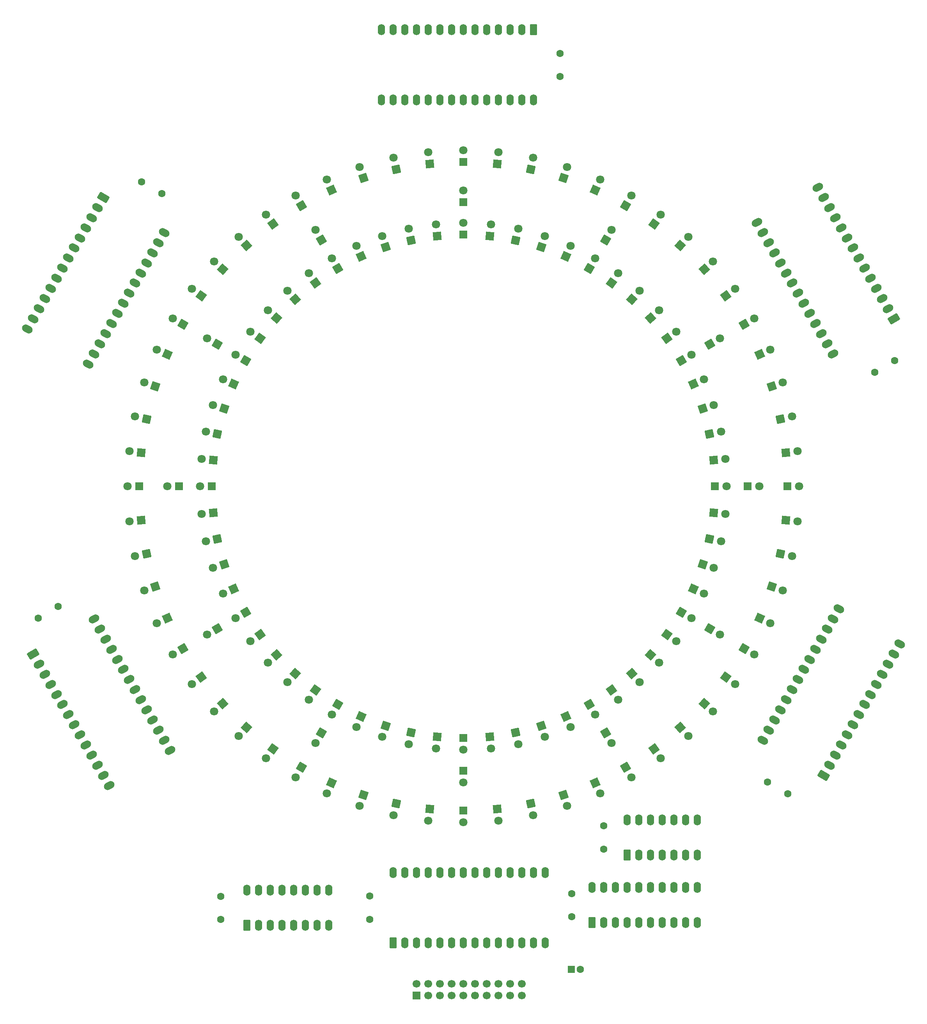
<source format=gbr>
%TF.GenerationSoftware,KiCad,Pcbnew,9.0.7-9.0.7~ubuntu24.04.1*%
%TF.CreationDate,2026-01-21T07:20:36-05:00*%
%TF.ProjectId,LED_clock,4c45445f-636c-46f6-936b-2e6b69636164,rev?*%
%TF.SameCoordinates,Original*%
%TF.FileFunction,Copper,L2,Bot*%
%TF.FilePolarity,Positive*%
%FSLAX46Y46*%
G04 Gerber Fmt 4.6, Leading zero omitted, Abs format (unit mm)*
G04 Created by KiCad (PCBNEW 9.0.7-9.0.7~ubuntu24.04.1) date 2026-01-21 07:20:36*
%MOMM*%
%LPD*%
G01*
G04 APERTURE LIST*
G04 Aperture macros list*
%AMRoundRect*
0 Rectangle with rounded corners*
0 $1 Rounding radius*
0 $2 $3 $4 $5 $6 $7 $8 $9 X,Y pos of 4 corners*
0 Add a 4 corners polygon primitive as box body*
4,1,4,$2,$3,$4,$5,$6,$7,$8,$9,$2,$3,0*
0 Add four circle primitives for the rounded corners*
1,1,$1+$1,$2,$3*
1,1,$1+$1,$4,$5*
1,1,$1+$1,$6,$7*
1,1,$1+$1,$8,$9*
0 Add four rect primitives between the rounded corners*
20,1,$1+$1,$2,$3,$4,$5,0*
20,1,$1+$1,$4,$5,$6,$7,0*
20,1,$1+$1,$6,$7,$8,$9,0*
20,1,$1+$1,$8,$9,$2,$3,0*%
%AMHorizOval*
0 Thick line with rounded ends*
0 $1 width*
0 $2 $3 position (X,Y) of the first rounded end (center of the circle)*
0 $4 $5 position (X,Y) of the second rounded end (center of the circle)*
0 Add line between two ends*
20,1,$1,$2,$3,$4,$5,0*
0 Add two circle primitives to create the rounded ends*
1,1,$1,$2,$3*
1,1,$1,$4,$5*%
%AMRotRect*
0 Rectangle, with rotation*
0 The origin of the aperture is its center*
0 $1 length*
0 $2 width*
0 $3 Rotation angle, in degrees counterclockwise*
0 Add horizontal line*
21,1,$1,$2,0,0,$3*%
G04 Aperture macros list end*
%TA.AperFunction,ComponentPad*%
%ADD10R,1.700000X1.700000*%
%TD*%
%TA.AperFunction,ComponentPad*%
%ADD11C,1.700000*%
%TD*%
%TA.AperFunction,ComponentPad*%
%ADD12RotRect,1.800000X1.800000X6.000000*%
%TD*%
%TA.AperFunction,ComponentPad*%
%ADD13C,1.800000*%
%TD*%
%TA.AperFunction,ComponentPad*%
%ADD14RotRect,1.800000X1.800000X324.000000*%
%TD*%
%TA.AperFunction,ComponentPad*%
%ADD15RotRect,1.800000X1.800000X282.000000*%
%TD*%
%TA.AperFunction,ComponentPad*%
%ADD16RotRect,1.800000X1.800000X24.000000*%
%TD*%
%TA.AperFunction,ComponentPad*%
%ADD17RotRect,1.800000X1.800000X96.000000*%
%TD*%
%TA.AperFunction,ComponentPad*%
%ADD18RotRect,1.800000X1.800000X216.000000*%
%TD*%
%TA.AperFunction,ComponentPad*%
%ADD19R,1.800000X1.800000*%
%TD*%
%TA.AperFunction,ComponentPad*%
%ADD20RoundRect,0.250000X0.547724X0.951314X-1.097724X0.001314X-0.547724X-0.951314X1.097724X-0.001314X0*%
%TD*%
%TA.AperFunction,ComponentPad*%
%ADD21HorizOval,1.600000X-0.346410X-0.200000X0.346410X0.200000X0*%
%TD*%
%TA.AperFunction,ComponentPad*%
%ADD22RotRect,1.800000X1.800000X186.000000*%
%TD*%
%TA.AperFunction,ComponentPad*%
%ADD23RotRect,1.800000X1.800000X312.000000*%
%TD*%
%TA.AperFunction,ComponentPad*%
%ADD24RotRect,1.800000X1.800000X288.000000*%
%TD*%
%TA.AperFunction,ComponentPad*%
%ADD25RotRect,1.800000X1.800000X348.000000*%
%TD*%
%TA.AperFunction,ComponentPad*%
%ADD26RoundRect,0.250000X-0.547724X-0.951314X1.097724X-0.001314X0.547724X0.951314X-1.097724X0.001314X0*%
%TD*%
%TA.AperFunction,ComponentPad*%
%ADD27HorizOval,1.600000X0.346410X0.200000X-0.346410X-0.200000X0*%
%TD*%
%TA.AperFunction,ComponentPad*%
%ADD28RotRect,1.800000X1.800000X144.000000*%
%TD*%
%TA.AperFunction,ComponentPad*%
%ADD29RotRect,1.800000X1.800000X276.000000*%
%TD*%
%TA.AperFunction,ComponentPad*%
%ADD30RotRect,1.800000X1.800000X84.000000*%
%TD*%
%TA.AperFunction,ComponentPad*%
%ADD31RotRect,1.800000X1.800000X102.000000*%
%TD*%
%TA.AperFunction,ComponentPad*%
%ADD32RotRect,1.800000X1.800000X138.000000*%
%TD*%
%TA.AperFunction,ComponentPad*%
%ADD33RotRect,1.800000X1.800000X174.000000*%
%TD*%
%TA.AperFunction,ComponentPad*%
%ADD34RotRect,1.800000X1.800000X198.000000*%
%TD*%
%TA.AperFunction,ComponentPad*%
%ADD35RotRect,1.800000X1.800000X252.000000*%
%TD*%
%TA.AperFunction,ComponentPad*%
%ADD36RotRect,1.800000X1.800000X264.000000*%
%TD*%
%TA.AperFunction,ComponentPad*%
%ADD37RotRect,1.800000X1.800000X114.000000*%
%TD*%
%TA.AperFunction,ComponentPad*%
%ADD38RoundRect,0.250000X1.097724X0.001314X-0.547724X0.951314X-1.097724X-0.001314X0.547724X-0.951314X0*%
%TD*%
%TA.AperFunction,ComponentPad*%
%ADD39HorizOval,1.600000X-0.346410X0.200000X0.346410X-0.200000X0*%
%TD*%
%TA.AperFunction,ComponentPad*%
%ADD40RotRect,1.800000X1.800000X240.000000*%
%TD*%
%TA.AperFunction,ComponentPad*%
%ADD41RotRect,1.800000X1.800000X150.000000*%
%TD*%
%TA.AperFunction,ComponentPad*%
%ADD42RotRect,1.800000X1.800000X72.000000*%
%TD*%
%TA.AperFunction,ComponentPad*%
%ADD43RotRect,1.800000X1.800000X294.000000*%
%TD*%
%TA.AperFunction,ComponentPad*%
%ADD44C,1.600000*%
%TD*%
%TA.AperFunction,ComponentPad*%
%ADD45RotRect,1.800000X1.800000X42.000000*%
%TD*%
%TA.AperFunction,ComponentPad*%
%ADD46RotRect,1.800000X1.800000X66.000000*%
%TD*%
%TA.AperFunction,ComponentPad*%
%ADD47RotRect,1.800000X1.800000X228.000000*%
%TD*%
%TA.AperFunction,ComponentPad*%
%ADD48RotRect,1.800000X1.800000X78.000000*%
%TD*%
%TA.AperFunction,ComponentPad*%
%ADD49RotRect,1.800000X1.800000X156.000000*%
%TD*%
%TA.AperFunction,ComponentPad*%
%ADD50RotRect,1.800000X1.800000X222.000000*%
%TD*%
%TA.AperFunction,ComponentPad*%
%ADD51RotRect,1.800000X1.800000X234.000000*%
%TD*%
%TA.AperFunction,ComponentPad*%
%ADD52RoundRect,0.250000X0.550000X-0.950000X0.550000X0.950000X-0.550000X0.950000X-0.550000X-0.950000X0*%
%TD*%
%TA.AperFunction,ComponentPad*%
%ADD53O,1.600000X2.400000*%
%TD*%
%TA.AperFunction,ComponentPad*%
%ADD54RotRect,1.800000X1.800000X318.000000*%
%TD*%
%TA.AperFunction,ComponentPad*%
%ADD55RotRect,1.800000X1.800000X30.000000*%
%TD*%
%TA.AperFunction,ComponentPad*%
%ADD56RotRect,1.800000X1.800000X258.000000*%
%TD*%
%TA.AperFunction,ComponentPad*%
%ADD57RotRect,1.800000X1.800000X210.000000*%
%TD*%
%TA.AperFunction,ComponentPad*%
%ADD58RotRect,1.800000X1.800000X168.000000*%
%TD*%
%TA.AperFunction,ComponentPad*%
%ADD59RotRect,1.800000X1.800000X342.000000*%
%TD*%
%TA.AperFunction,ComponentPad*%
%ADD60RotRect,1.800000X1.800000X120.000000*%
%TD*%
%TA.AperFunction,ComponentPad*%
%ADD61RotRect,1.800000X1.800000X300.000000*%
%TD*%
%TA.AperFunction,ComponentPad*%
%ADD62RotRect,1.800000X1.800000X162.000000*%
%TD*%
%TA.AperFunction,ComponentPad*%
%ADD63RotRect,1.800000X1.800000X108.000000*%
%TD*%
%TA.AperFunction,ComponentPad*%
%ADD64RotRect,1.800000X1.800000X306.000000*%
%TD*%
%TA.AperFunction,ComponentPad*%
%ADD65RotRect,1.800000X1.800000X60.000000*%
%TD*%
%TA.AperFunction,ComponentPad*%
%ADD66RotRect,1.800000X1.800000X18.000000*%
%TD*%
%TA.AperFunction,ComponentPad*%
%ADD67RotRect,1.800000X1.800000X336.000000*%
%TD*%
%TA.AperFunction,ComponentPad*%
%ADD68RotRect,1.800000X1.800000X330.000000*%
%TD*%
%TA.AperFunction,ComponentPad*%
%ADD69RotRect,1.800000X1.800000X204.000000*%
%TD*%
%TA.AperFunction,ComponentPad*%
%ADD70RotRect,1.800000X1.800000X54.000000*%
%TD*%
%TA.AperFunction,ComponentPad*%
%ADD71RotRect,1.800000X1.800000X354.000000*%
%TD*%
%TA.AperFunction,ComponentPad*%
%ADD72RotRect,1.800000X1.800000X48.000000*%
%TD*%
%TA.AperFunction,ComponentPad*%
%ADD73RotRect,1.800000X1.800000X36.000000*%
%TD*%
%TA.AperFunction,ComponentPad*%
%ADD74RotRect,1.800000X1.800000X126.000000*%
%TD*%
%TA.AperFunction,ComponentPad*%
%ADD75RotRect,1.800000X1.800000X192.000000*%
%TD*%
%TA.AperFunction,ComponentPad*%
%ADD76RotRect,1.800000X1.800000X132.000000*%
%TD*%
%TA.AperFunction,ComponentPad*%
%ADD77RoundRect,0.250000X-1.097724X-0.001314X0.547724X-0.951314X1.097724X0.001314X-0.547724X0.951314X0*%
%TD*%
%TA.AperFunction,ComponentPad*%
%ADD78HorizOval,1.600000X0.346410X-0.200000X-0.346410X0.200000X0*%
%TD*%
%TA.AperFunction,ComponentPad*%
%ADD79RotRect,1.800000X1.800000X12.000000*%
%TD*%
%TA.AperFunction,ComponentPad*%
%ADD80RoundRect,0.250000X-0.550000X-0.550000X0.550000X-0.550000X0.550000X0.550000X-0.550000X0.550000X0*%
%TD*%
%TA.AperFunction,ComponentPad*%
%ADD81RotRect,1.800000X1.800000X246.000000*%
%TD*%
%TA.AperFunction,ComponentPad*%
%ADD82RoundRect,0.250000X-0.550000X0.950000X-0.550000X-0.950000X0.550000X-0.950000X0.550000X0.950000X0*%
%TD*%
G04 APERTURE END LIST*
D10*
%TO.P,J1,1,Pin_1*%
%TO.N,VCC*%
X243840000Y-288290000D03*
D11*
%TO.P,J1,2,Pin_2*%
X243840000Y-285750000D03*
%TO.P,J1,3,Pin_3*%
X246380000Y-288290000D03*
%TO.P,J1,4,Pin_4*%
%TO.N,GND*%
X246380000Y-285750000D03*
%TO.P,J1,5,Pin_5*%
X248920000Y-288290000D03*
%TO.P,J1,6,Pin_6*%
%TO.N,Net-(J1-Pin_6)*%
X248920000Y-285750000D03*
%TO.P,J1,7,Pin_7*%
%TO.N,Net-(J1-Pin_7)*%
X251460000Y-288290000D03*
%TO.P,J1,8,Pin_8*%
%TO.N,Net-(J1-Pin_8)*%
X251460000Y-285750000D03*
%TO.P,J1,9,Pin_9*%
%TO.N,Net-(J1-Pin_9)*%
X254000000Y-288290000D03*
%TO.P,J1,10,Pin_10*%
%TO.N,GND*%
X254000000Y-285750000D03*
%TO.P,J1,11,Pin_11*%
X256540000Y-288290000D03*
%TO.P,J1,12,Pin_12*%
%TO.N,Net-(J1-Pin_12)*%
X256540000Y-285750000D03*
%TO.P,J1,13,Pin_13*%
%TO.N,Net-(J1-Pin_13)*%
X259080000Y-288290000D03*
%TO.P,J1,14,Pin_14*%
%TO.N,Net-(J1-Pin_14)*%
X259080000Y-285750000D03*
%TO.P,J1,15,Pin_15*%
%TO.N,Net-(J1-Pin_15)*%
X261620000Y-288290000D03*
%TO.P,J1,16,Pin_16*%
%TO.N,Net-(J1-Pin_16)*%
X261620000Y-285750000D03*
%TO.P,J1,17,Pin_17*%
%TO.N,/~{WR}*%
X264160000Y-288290000D03*
%TO.P,J1,18,Pin_18*%
%TO.N,/A2*%
X264160000Y-285750000D03*
%TO.P,J1,19,Pin_19*%
%TO.N,/A1*%
X266700000Y-288290000D03*
%TO.P,J1,20,Pin_20*%
%TO.N,/A0*%
X266700000Y-285750000D03*
%TD*%
D12*
%TO.P,D359,1,K*%
%TO.N,/R7_Y5*%
X323972572Y-170445586D03*
D13*
%TO.P,D359,2,A*%
%TO.N,/R7_X6*%
X326498658Y-170180084D03*
%TD*%
D14*
%TO.P,D352,1,K*%
%TO.N,/R7_Y4*%
X310920818Y-219155395D03*
D13*
%TO.P,D352,2,A*%
%TO.N,/R7_X7*%
X312975721Y-220648370D03*
%TD*%
D15*
%TO.P,D45,1,K*%
%TO.N,/R5_Y4*%
X265354057Y-231216640D03*
D13*
%TO.P,D45,2,A*%
%TO.N,/R5_X0*%
X265882153Y-233701135D03*
%TD*%
D16*
%TO.P,D62,1,K*%
%TO.N,/R5_Y6*%
X303888717Y-155588112D03*
D13*
%TO.P,D62,2,A*%
%TO.N,/R5_X1*%
X306209122Y-154555001D03*
%TD*%
D17*
%TO.P,D14,1,K*%
%TO.N,/R5_Y0*%
X248291701Y-123489159D03*
D13*
%TO.P,D14,2,A*%
%TO.N,/R5_X1*%
X248026199Y-120963073D03*
%TD*%
D18*
%TO.P,D334,1,K*%
%TO.N,/R7_Y2*%
X197079182Y-219155395D03*
D13*
%TO.P,D334,2,A*%
%TO.N,/R7_X5*%
X195024279Y-220648370D03*
%TD*%
D19*
%TO.P,D13,1,K*%
%TO.N,/R5_Y0*%
X254000000Y-123190000D03*
D13*
%TO.P,D13,2,A*%
%TO.N,/R5_X0*%
X254000000Y-120650000D03*
%TD*%
D20*
%TO.P,U6,1,c*%
%TO.N,/R1_Y2*%
X347408476Y-141468227D03*
D21*
%TO.P,U6,2,e*%
%TO.N,/R1_Y4*%
X346138476Y-139268522D03*
%TO.P,U6,3,b*%
%TO.N,/R1_Y1*%
X344868476Y-137068818D03*
%TO.P,U6,4,dp*%
%TO.N,/R1_Y7*%
X343598476Y-134869113D03*
%TO.P,U6,5,ID6*%
%TO.N,/D6*%
X342328476Y-132669409D03*
%TO.P,U6,6,ID5*%
%TO.N,/D5*%
X341058476Y-130469704D03*
%TO.P,U6,7,ID7*%
%TO.N,/D7*%
X339788476Y-128270000D03*
%TO.P,U6,8,nWR*%
%TO.N,/~{RING1}*%
X338518476Y-126070295D03*
%TO.P,U6,9,MODE*%
%TO.N,/MODE*%
X337248476Y-123870591D03*
%TO.P,U6,10,ID4*%
%TO.N,/D4*%
X335978476Y-121670886D03*
%TO.P,U6,11,ID1*%
%TO.N,/D1*%
X334708476Y-119471182D03*
%TO.P,U6,12,ID0*%
%TO.N,/D0*%
X333438476Y-117271477D03*
%TO.P,U6,13,ID2*%
%TO.N,/D2*%
X332168476Y-115071773D03*
%TO.P,U6,14,ID3*%
%TO.N,/D3*%
X330898476Y-112872068D03*
%TO.P,U6,15,d1*%
%TO.N,/R1_X0*%
X317700249Y-120492068D03*
%TO.P,U6,16,d2*%
%TO.N,/R1_X1*%
X318970249Y-122691773D03*
%TO.P,U6,17,d5*%
%TO.N,/R1_X4*%
X320240249Y-124891477D03*
%TO.P,U6,18,d8*%
%TO.N,/R1_X7*%
X321510249Y-127091182D03*
%TO.P,U6,19,V+*%
%TO.N,VCC*%
X322780249Y-129290886D03*
%TO.P,U6,20,d4*%
%TO.N,/R1_X3*%
X324050249Y-131490591D03*
%TO.P,U6,21,d7*%
%TO.N,/R1_X6*%
X325320249Y-133690295D03*
%TO.P,U6,22,d6*%
%TO.N,/R1_X5*%
X326590249Y-135890000D03*
%TO.P,U6,23,d3*%
%TO.N,/R1_X2*%
X327860249Y-138089704D03*
%TO.P,U6,24,f*%
%TO.N,/R1_Y5*%
X329130249Y-140289409D03*
%TO.P,U6,25,d*%
%TO.N,/R1_Y3*%
X330400249Y-142489113D03*
%TO.P,U6,26,g*%
%TO.N,/R1_Y6*%
X331670249Y-144688818D03*
%TO.P,U6,27,a*%
%TO.N,/R1_Y0*%
X332940249Y-146888522D03*
%TO.P,U6,28,GND*%
%TO.N,GND*%
X334210249Y-149088227D03*
%TD*%
D22*
%TO.P,D29,1,K*%
%TO.N,/R5_Y2*%
X199689159Y-183508299D03*
D13*
%TO.P,D29,2,A*%
%TO.N,/R5_X0*%
X197163073Y-183773801D03*
%TD*%
D23*
%TO.P,D350,1,K*%
%TO.N,/R7_Y4*%
X301078691Y-230086184D03*
D13*
%TO.P,D350,2,A*%
%TO.N,/R7_X5*%
X302778283Y-231973772D03*
%TD*%
D24*
%TO.P,D346,1,K*%
%TO.N,/R7_Y4*%
X275741818Y-244714434D03*
D13*
%TO.P,D346,2,A*%
%TO.N,/R7_X1*%
X276526721Y-247130118D03*
%TD*%
D25*
%TO.P,D356,1,K*%
%TO.N,/R7_Y5*%
X322820509Y-192428251D03*
D13*
%TO.P,D356,2,A*%
%TO.N,/R7_X3*%
X325305004Y-192956347D03*
%TD*%
D26*
%TO.P,U3,1,c*%
%TO.N,/R4_Y2*%
X160591524Y-214131773D03*
D27*
%TO.P,U3,2,e*%
%TO.N,/R4_Y4*%
X161861524Y-216331478D03*
%TO.P,U3,3,b*%
%TO.N,/R4_Y1*%
X163131524Y-218531182D03*
%TO.P,U3,4,dp*%
%TO.N,/R4_Y7*%
X164401524Y-220730887D03*
%TO.P,U3,5,ID6*%
%TO.N,/D6*%
X165671524Y-222930591D03*
%TO.P,U3,6,ID5*%
%TO.N,/D5*%
X166941524Y-225130296D03*
%TO.P,U3,7,ID7*%
%TO.N,/D7*%
X168211524Y-227330000D03*
%TO.P,U3,8,nWR*%
%TO.N,/~{RING4}*%
X169481524Y-229529705D03*
%TO.P,U3,9,MODE*%
%TO.N,/MODE*%
X170751524Y-231729409D03*
%TO.P,U3,10,ID4*%
%TO.N,/D4*%
X172021524Y-233929114D03*
%TO.P,U3,11,ID1*%
%TO.N,/D1*%
X173291524Y-236128818D03*
%TO.P,U3,12,ID0*%
%TO.N,/D0*%
X174561524Y-238328523D03*
%TO.P,U3,13,ID2*%
%TO.N,/D2*%
X175831524Y-240528227D03*
%TO.P,U3,14,ID3*%
%TO.N,/D3*%
X177101524Y-242727932D03*
%TO.P,U3,15,d1*%
%TO.N,/R4_X0*%
X190299751Y-235107932D03*
%TO.P,U3,16,d2*%
%TO.N,/R4_X1*%
X189029751Y-232908227D03*
%TO.P,U3,17,d5*%
%TO.N,/R4_X4*%
X187759751Y-230708523D03*
%TO.P,U3,18,d8*%
%TO.N,/R4_X7*%
X186489751Y-228508818D03*
%TO.P,U3,19,V+*%
%TO.N,VCC*%
X185219751Y-226309114D03*
%TO.P,U3,20,d4*%
%TO.N,/R4_X3*%
X183949751Y-224109409D03*
%TO.P,U3,21,d7*%
%TO.N,/R4_X6*%
X182679751Y-221909705D03*
%TO.P,U3,22,d6*%
%TO.N,/R4_X5*%
X181409751Y-219710000D03*
%TO.P,U3,23,d3*%
%TO.N,/R4_X2*%
X180139751Y-217510296D03*
%TO.P,U3,24,f*%
%TO.N,/R4_Y5*%
X178869751Y-215310591D03*
%TO.P,U3,25,d*%
%TO.N,/R4_Y3*%
X177599751Y-213110887D03*
%TO.P,U3,26,g*%
%TO.N,/R4_Y6*%
X176329751Y-210911182D03*
%TO.P,U3,27,a*%
%TO.N,/R4_Y0*%
X175059751Y-208711478D03*
%TO.P,U3,28,GND*%
%TO.N,GND*%
X173789751Y-206511773D03*
%TD*%
D28*
%TO.P,D22,1,K*%
%TO.N,/R5_Y1*%
X209819582Y-145701047D03*
D13*
%TO.P,D22,2,A*%
%TO.N,/R5_X1*%
X207764679Y-144208072D03*
%TD*%
D23*
%TO.P,D50,1,K*%
%TO.N,/R5_Y4*%
X290541222Y-218383139D03*
D13*
%TO.P,D50,2,A*%
%TO.N,/R5_X5*%
X292240814Y-220270727D03*
%TD*%
D29*
%TO.P,D344,1,K*%
%TO.N,/R7_Y3*%
X261354414Y-247772572D03*
D13*
%TO.P,D344,2,A*%
%TO.N,/R7_X7*%
X261619916Y-250298658D03*
%TD*%
D30*
%TO.P,D72,1,K*%
%TO.N,/R5_Y7*%
X259708299Y-123489159D03*
D13*
%TO.P,D72,2,A*%
%TO.N,/R5_X3*%
X259973801Y-120963073D03*
%TD*%
D31*
%TO.P,D315,1,K*%
%TO.N,/R7_Y0*%
X239371749Y-108979491D03*
D13*
%TO.P,D315,2,A*%
%TO.N,/R7_X2*%
X238843653Y-106494996D03*
%TD*%
D32*
%TO.P,D21,1,K*%
%TO.N,/R5_Y1*%
X213416861Y-141258778D03*
D13*
%TO.P,D21,2,A*%
%TO.N,/R5_X0*%
X211529273Y-139559186D03*
%TD*%
D33*
%TO.P,D27,1,K*%
%TO.N,/R5_Y1*%
X199689159Y-172091701D03*
D13*
%TO.P,D27,2,A*%
%TO.N,/R5_X6*%
X197163073Y-171826199D03*
%TD*%
D34*
%TO.P,D31,1,K*%
%TO.N,/R5_Y2*%
X202062804Y-194675418D03*
D13*
%TO.P,D31,2,A*%
%TO.N,/R5_X2*%
X199647120Y-195460321D03*
%TD*%
D35*
%TO.P,D40,1,K*%
%TO.N,/R5_Y3*%
X237124582Y-229737196D03*
D13*
%TO.P,D40,2,A*%
%TO.N,/R5_X3*%
X236339679Y-232152880D03*
%TD*%
D36*
%TO.P,D342,1,K*%
%TO.N,/R7_Y3*%
X246645586Y-247772572D03*
D13*
%TO.P,D342,2,A*%
%TO.N,/R7_X5*%
X246380084Y-250298658D03*
%TD*%
D37*
%TO.P,D17,1,K*%
%TO.N,/R5_Y0*%
X231788112Y-127911283D03*
D13*
%TO.P,D17,2,A*%
%TO.N,/R5_X4*%
X230755001Y-125590878D03*
%TD*%
D38*
%TO.P,U5,1,c*%
%TO.N,/R2_Y2*%
X332168476Y-240528227D03*
D39*
%TO.P,U5,2,e*%
%TO.N,/R2_Y4*%
X333438476Y-238328522D03*
%TO.P,U5,3,b*%
%TO.N,/R2_Y1*%
X334708476Y-236128818D03*
%TO.P,U5,4,dp*%
%TO.N,/R2_Y7*%
X335978476Y-233929113D03*
%TO.P,U5,5,ID6*%
%TO.N,/D6*%
X337248476Y-231729409D03*
%TO.P,U5,6,ID5*%
%TO.N,/D5*%
X338518476Y-229529704D03*
%TO.P,U5,7,ID7*%
%TO.N,/D7*%
X339788476Y-227330000D03*
%TO.P,U5,8,nWR*%
%TO.N,/~{RING2}*%
X341058476Y-225130295D03*
%TO.P,U5,9,MODE*%
%TO.N,/MODE*%
X342328476Y-222930591D03*
%TO.P,U5,10,ID4*%
%TO.N,/D4*%
X343598476Y-220730886D03*
%TO.P,U5,11,ID1*%
%TO.N,/D1*%
X344868476Y-218531182D03*
%TO.P,U5,12,ID0*%
%TO.N,/D0*%
X346138476Y-216331477D03*
%TO.P,U5,13,ID2*%
%TO.N,/D2*%
X347408476Y-214131773D03*
%TO.P,U5,14,ID3*%
%TO.N,/D3*%
X348678476Y-211932068D03*
%TO.P,U5,15,d1*%
%TO.N,/R2_X0*%
X335480249Y-204312068D03*
%TO.P,U5,16,d2*%
%TO.N,/R2_X1*%
X334210249Y-206511773D03*
%TO.P,U5,17,d5*%
%TO.N,/R2_X4*%
X332940249Y-208711477D03*
%TO.P,U5,18,d8*%
%TO.N,/R2_X7*%
X331670249Y-210911182D03*
%TO.P,U5,19,V+*%
%TO.N,VCC*%
X330400249Y-213110886D03*
%TO.P,U5,20,d4*%
%TO.N,/R2_X3*%
X329130249Y-215310591D03*
%TO.P,U5,21,d7*%
%TO.N,/R2_X6*%
X327860249Y-217510295D03*
%TO.P,U5,22,d6*%
%TO.N,/R2_X5*%
X326590249Y-219710000D03*
%TO.P,U5,23,d3*%
%TO.N,/R2_X2*%
X325320249Y-221909704D03*
%TO.P,U5,24,f*%
%TO.N,/R2_Y5*%
X324050249Y-224109409D03*
%TO.P,U5,25,d*%
%TO.N,/R2_Y3*%
X322780249Y-226309113D03*
%TO.P,U5,26,g*%
%TO.N,/R2_Y6*%
X321510249Y-228508818D03*
%TO.P,U5,27,a*%
%TO.N,/R2_Y0*%
X320240249Y-230708522D03*
%TO.P,U5,28,GND*%
%TO.N,GND*%
X318970249Y-232908227D03*
%TD*%
D40*
%TO.P,D38,1,K*%
%TO.N,/R5_Y3*%
X226695000Y-225093647D03*
D13*
%TO.P,D38,2,A*%
%TO.N,/R5_X1*%
X225425000Y-227293352D03*
%TD*%
D19*
%TO.P,D28,1,K*%
%TO.N,/R5_Y1*%
X199390000Y-177800000D03*
D13*
%TO.P,D28,2,A*%
%TO.N,/R5_X7*%
X196850000Y-177800000D03*
%TD*%
D41*
%TO.P,D323,1,K*%
%TO.N,/R7_Y1*%
X193068185Y-142621000D03*
D13*
%TO.P,D323,2,A*%
%TO.N,/R7_X2*%
X190868480Y-141351000D03*
%TD*%
D42*
%TO.P,D370,1,K*%
%TO.N,/R7_Y7*%
X275741818Y-110885566D03*
D13*
%TO.P,D370,2,A*%
%TO.N,/R7_X1*%
X276526721Y-108469882D03*
%TD*%
D43*
%TO.P,D347,1,K*%
%TO.N,/R7_Y4*%
X282617177Y-242075231D03*
D13*
%TO.P,D347,2,A*%
%TO.N,/R7_X2*%
X283650288Y-244395636D03*
%TD*%
D44*
%TO.P,C6,1*%
%TO.N,VCC*%
X347605063Y-150515000D03*
%TO.P,C6,2*%
%TO.N,GND*%
X343274936Y-153015000D03*
%TD*%
D45*
%TO.P,D65,1,K*%
%TO.N,/R5_Y6*%
X294583139Y-141258778D03*
D13*
%TO.P,D65,2,A*%
%TO.N,/R5_X4*%
X296470727Y-139559186D03*
%TD*%
D46*
%TO.P,D369,1,K*%
%TO.N,/R7_Y7*%
X282617177Y-113524769D03*
D13*
%TO.P,D369,2,A*%
%TO.N,/R7_X0*%
X283650288Y-111204364D03*
%TD*%
D44*
%TO.P,C4,1*%
%TO.N,VCC*%
X233680000Y-271700000D03*
%TO.P,C4,2*%
%TO.N,GND*%
X233680000Y-266700000D03*
%TD*%
D19*
%TO.P,D58,1,K*%
%TO.N,/R5_Y5*%
X308610000Y-177800000D03*
D13*
%TO.P,D58,2,A*%
%TO.N,/R5_X5*%
X311150000Y-177800000D03*
%TD*%
D47*
%TO.P,D336,1,K*%
%TO.N,/R7_Y2*%
X206921309Y-230086184D03*
D13*
%TO.P,D336,2,A*%
%TO.N,/R7_X7*%
X205221717Y-231973772D03*
%TD*%
D48*
%TO.P,D371,1,K*%
%TO.N,/R7_Y7*%
X268628251Y-108979491D03*
D13*
%TO.P,D371,2,A*%
%TO.N,/R7_X2*%
X269156347Y-106494996D03*
%TD*%
D49*
%TO.P,D24,1,K*%
%TO.N,/R5_Y1*%
X204111283Y-155588112D03*
D13*
%TO.P,D24,2,A*%
%TO.N,/R5_X3*%
X201790878Y-154555001D03*
%TD*%
D44*
%TO.P,C7,1*%
%TO.N,VCC*%
X284480000Y-251460000D03*
%TO.P,C7,2*%
%TO.N,GND*%
X284480000Y-256460000D03*
%TD*%
D50*
%TO.P,D35,1,K*%
%TO.N,/R5_Y2*%
X213416861Y-214341222D03*
D13*
%TO.P,D35,2,A*%
%TO.N,/R5_X6*%
X211529273Y-216040814D03*
%TD*%
D51*
%TO.P,D337,1,K*%
%TO.N,/R7_Y3*%
X212644605Y-234720818D03*
D13*
%TO.P,D337,2,A*%
%TO.N,/R7_X0*%
X211151630Y-236775721D03*
%TD*%
D52*
%TO.P,U9,1*%
%TO.N,GND*%
X289560000Y-257810000D03*
D53*
%TO.P,U9,2*%
%TO.N,Net-(J1-Pin_16)*%
X292100000Y-257810000D03*
%TO.P,U9,3*%
%TO.N,/MODE*%
X294640000Y-257810000D03*
%TO.P,U9,4*%
%TO.N,N/C*%
X297180000Y-257810000D03*
%TO.P,U9,5*%
X299720000Y-257810000D03*
%TO.P,U9,6*%
X302260000Y-257810000D03*
%TO.P,U9,7,GND*%
%TO.N,GND*%
X304800000Y-257810000D03*
%TO.P,U9,8*%
%TO.N,N/C*%
X304800000Y-250190000D03*
%TO.P,U9,9*%
X302260000Y-250190000D03*
%TO.P,U9,10*%
X299720000Y-250190000D03*
%TO.P,U9,11*%
X297180000Y-250190000D03*
%TO.P,U9,12*%
X294640000Y-250190000D03*
%TO.P,U9,13*%
X292100000Y-250190000D03*
%TO.P,U9,14,VCC*%
%TO.N,VCC*%
X289560000Y-250190000D03*
%TD*%
D54*
%TO.P,D351,1,K*%
%TO.N,/R7_Y4*%
X306286184Y-224878691D03*
D13*
%TO.P,D351,2,A*%
%TO.N,/R7_X6*%
X308173772Y-226578283D03*
%TD*%
D55*
%TO.P,D11,1,K*%
%TO.N,/R4_X6*%
X307448490Y-146941500D03*
D13*
%TO.P,D11,2,A*%
%TO.N,/R4_Y6*%
X309648195Y-145671500D03*
%TD*%
D44*
%TO.P,C9,1*%
%TO.N,VCC*%
X201295000Y-266780000D03*
%TO.P,C9,2*%
%TO.N,GND*%
X201295000Y-271780000D03*
%TD*%
D56*
%TO.P,D341,1,K*%
%TO.N,/R7_Y3*%
X239371749Y-246620509D03*
D13*
%TO.P,D341,2,A*%
%TO.N,/R7_X4*%
X238843653Y-249105004D03*
%TD*%
D30*
%TO.P,D372,1,K*%
%TO.N,/R7_Y7*%
X261354414Y-107827428D03*
D13*
%TO.P,D372,2,A*%
%TO.N,/R7_X3*%
X261619916Y-105301342D03*
%TD*%
D18*
%TO.P,D34,1,K*%
%TO.N,/R5_Y2*%
X209819582Y-209898953D03*
D13*
%TO.P,D34,2,A*%
%TO.N,/R5_X5*%
X207764679Y-211391928D03*
%TD*%
D57*
%TO.P,D33,1,K*%
%TO.N,/R5_Y2*%
X206706353Y-205105000D03*
D13*
%TO.P,D33,2,A*%
%TO.N,/R5_X4*%
X204506648Y-206375000D03*
%TD*%
D58*
%TO.P,D326,1,K*%
%TO.N,/R7_Y1*%
X185179491Y-163171749D03*
D13*
%TO.P,D326,2,A*%
%TO.N,/R7_X5*%
X182694996Y-162643653D03*
%TD*%
D59*
%TO.P,D55,1,K*%
%TO.N,/R5_Y5*%
X305937196Y-194675418D03*
D13*
%TO.P,D55,2,A*%
%TO.N,/R5_X2*%
X308352880Y-195460321D03*
%TD*%
D60*
%TO.P,D18,1,K*%
%TO.N,/R5_Y0*%
X226695000Y-130506353D03*
D13*
%TO.P,D18,2,A*%
%TO.N,/R5_X5*%
X225425000Y-128306648D03*
%TD*%
D60*
%TO.P,D2,1,K*%
%TO.N,/R7_X5*%
X223141500Y-124351510D03*
D13*
%TO.P,D2,2,A*%
%TO.N,/R7_Y6*%
X221871500Y-122151805D03*
%TD*%
D32*
%TO.P,D321,1,K*%
%TO.N,/R7_Y1*%
X201713816Y-130721309D03*
D13*
%TO.P,D321,2,A*%
%TO.N,/R7_X0*%
X199826228Y-129021717D03*
%TD*%
D61*
%TO.P,D48,1,K*%
%TO.N,/R5_Y4*%
X281305000Y-225093647D03*
D13*
%TO.P,D48,2,A*%
%TO.N,/R5_X3*%
X282575000Y-227293352D03*
%TD*%
D37*
%TO.P,D317,1,K*%
%TO.N,/R7_Y0*%
X225382823Y-113524769D03*
D13*
%TO.P,D317,2,A*%
%TO.N,/R7_X4*%
X224349712Y-111204364D03*
%TD*%
D62*
%TO.P,D25,1,K*%
%TO.N,/R5_Y1*%
X202062804Y-160924582D03*
D13*
%TO.P,D25,2,A*%
%TO.N,/R5_X4*%
X199647120Y-160139679D03*
%TD*%
D34*
%TO.P,D331,1,K*%
%TO.N,/R7_Y2*%
X187085566Y-199541818D03*
D13*
%TO.P,D331,2,A*%
%TO.N,/R7_X2*%
X184669882Y-200326721D03*
%TD*%
D63*
%TO.P,D16,1,K*%
%TO.N,/R5_Y0*%
X237124582Y-125862804D03*
D13*
%TO.P,D16,2,A*%
%TO.N,/R5_X3*%
X236339679Y-123447120D03*
%TD*%
D57*
%TO.P,D5,1,K*%
%TO.N,/R5_X4*%
X200551510Y-208658500D03*
D13*
%TO.P,D5,2,A*%
%TO.N,/R5_Y6*%
X198351805Y-209928500D03*
%TD*%
D44*
%TO.P,C5,1*%
%TO.N,VCC*%
X324370127Y-244435000D03*
%TO.P,C5,2*%
%TO.N,GND*%
X320040000Y-241935000D03*
%TD*%
D29*
%TO.P,D44,1,K*%
%TO.N,/R5_Y3*%
X259708299Y-232110841D03*
D13*
%TO.P,D44,2,A*%
%TO.N,/R5_X7*%
X259973801Y-234636927D03*
%TD*%
D64*
%TO.P,D49,1,K*%
%TO.N,/R5_Y4*%
X286098953Y-221980418D03*
D13*
%TO.P,D49,2,A*%
%TO.N,/R5_X4*%
X287591928Y-224035321D03*
%TD*%
D65*
%TO.P,D12,1,K*%
%TO.N,/R4_X7*%
X284858500Y-124351510D03*
D13*
%TO.P,D12,2,A*%
%TO.N,/R4_Y6*%
X286128500Y-122151805D03*
%TD*%
D41*
%TO.P,D3,1,K*%
%TO.N,/R7_X6*%
X200551510Y-146941500D03*
D13*
%TO.P,D3,2,A*%
%TO.N,/R7_Y6*%
X198351805Y-145671500D03*
%TD*%
D66*
%TO.P,D361,1,K*%
%TO.N,/R7_Y6*%
X320914434Y-156058182D03*
D13*
%TO.P,D361,2,A*%
%TO.N,/R7_X0*%
X323330118Y-155273279D03*
%TD*%
D67*
%TO.P,D354,1,K*%
%TO.N,/R7_Y5*%
X318275231Y-206417177D03*
D13*
%TO.P,D354,2,A*%
%TO.N,/R7_X1*%
X320595636Y-207450288D03*
%TD*%
D68*
%TO.P,D353,1,K*%
%TO.N,/R7_Y5*%
X314931815Y-212979000D03*
D13*
%TO.P,D353,2,A*%
%TO.N,/R7_X0*%
X317131520Y-214249000D03*
%TD*%
D66*
%TO.P,D61,1,K*%
%TO.N,/R5_Y6*%
X305937196Y-160924582D03*
D13*
%TO.P,D61,2,A*%
%TO.N,/R5_X0*%
X308352880Y-160139679D03*
%TD*%
D52*
%TO.P,U8,1,OEa*%
%TO.N,GND*%
X281940000Y-272415000D03*
D53*
%TO.P,U8,2,I0a*%
%TO.N,Net-(J1-Pin_15)*%
X284480000Y-272415000D03*
%TO.P,U8,3,O3b*%
%TO.N,/D7*%
X287020000Y-272415000D03*
%TO.P,U8,4,I1a*%
%TO.N,Net-(J1-Pin_14)*%
X289560000Y-272415000D03*
%TO.P,U8,5,O2b*%
%TO.N,/D6*%
X292100000Y-272415000D03*
%TO.P,U8,6,I2a*%
%TO.N,Net-(J1-Pin_13)*%
X294640000Y-272415000D03*
%TO.P,U8,7,O1b*%
%TO.N,/D5*%
X297180000Y-272415000D03*
%TO.P,U8,8,I3a*%
%TO.N,Net-(J1-Pin_12)*%
X299720000Y-272415000D03*
%TO.P,U8,9,O0b*%
%TO.N,/D4*%
X302260000Y-272415000D03*
%TO.P,U8,10,GND*%
%TO.N,GND*%
X304800000Y-272415000D03*
%TO.P,U8,11,I0b*%
%TO.N,Net-(J1-Pin_9)*%
X304800000Y-264795000D03*
%TO.P,U8,12,O3a*%
%TO.N,/D3*%
X302260000Y-264795000D03*
%TO.P,U8,13,I1b*%
%TO.N,Net-(J1-Pin_8)*%
X299720000Y-264795000D03*
%TO.P,U8,14,O2a*%
%TO.N,/D2*%
X297180000Y-264795000D03*
%TO.P,U8,15,I2b*%
%TO.N,Net-(J1-Pin_7)*%
X294640000Y-264795000D03*
%TO.P,U8,16,O1a*%
%TO.N,/D1*%
X292100000Y-264795000D03*
%TO.P,U8,17,I3b*%
%TO.N,Net-(J1-Pin_6)*%
X289560000Y-264795000D03*
%TO.P,U8,18,O0a*%
%TO.N,/D0*%
X287020000Y-264795000D03*
%TO.P,U8,19,OEb*%
%TO.N,GND*%
X284480000Y-264795000D03*
%TO.P,U8,20,VCC*%
%TO.N,VCC*%
X281940000Y-264795000D03*
%TD*%
D69*
%TO.P,D32,1,K*%
%TO.N,/R5_Y2*%
X204111283Y-200011888D03*
D13*
%TO.P,D32,2,A*%
%TO.N,/R5_X3*%
X201790878Y-201044999D03*
%TD*%
D51*
%TO.P,D37,1,K*%
%TO.N,/R5_Y3*%
X221901047Y-221980418D03*
D13*
%TO.P,D37,2,A*%
%TO.N,/R5_X0*%
X220408072Y-224035321D03*
%TD*%
D52*
%TO.P,U4,1,c*%
%TO.N,/R3_Y2*%
X238760000Y-276860000D03*
D53*
%TO.P,U4,2,e*%
%TO.N,/R3_Y4*%
X241300000Y-276860000D03*
%TO.P,U4,3,b*%
%TO.N,/R3_Y1*%
X243840000Y-276860000D03*
%TO.P,U4,4,dp*%
%TO.N,/R3_Y7*%
X246380000Y-276860000D03*
%TO.P,U4,5,ID6*%
%TO.N,/D6*%
X248920000Y-276860000D03*
%TO.P,U4,6,ID5*%
%TO.N,/D5*%
X251460000Y-276860000D03*
%TO.P,U4,7,ID7*%
%TO.N,/D7*%
X254000000Y-276860000D03*
%TO.P,U4,8,nWR*%
%TO.N,/~{RING3}*%
X256540000Y-276860000D03*
%TO.P,U4,9,MODE*%
%TO.N,/MODE*%
X259080000Y-276860000D03*
%TO.P,U4,10,ID4*%
%TO.N,/D4*%
X261620000Y-276860000D03*
%TO.P,U4,11,ID1*%
%TO.N,/D1*%
X264160000Y-276860000D03*
%TO.P,U4,12,ID0*%
%TO.N,/D0*%
X266700000Y-276860000D03*
%TO.P,U4,13,ID2*%
%TO.N,/D2*%
X269240000Y-276860000D03*
%TO.P,U4,14,ID3*%
%TO.N,/D3*%
X271780000Y-276860000D03*
%TO.P,U4,15,d1*%
%TO.N,/R3_X0*%
X271780000Y-261620000D03*
%TO.P,U4,16,d2*%
%TO.N,/R3_X1*%
X269240000Y-261620000D03*
%TO.P,U4,17,d5*%
%TO.N,/R3_X4*%
X266700000Y-261620000D03*
%TO.P,U4,18,d8*%
%TO.N,/R3_X7*%
X264160000Y-261620000D03*
%TO.P,U4,19,V+*%
%TO.N,VCC*%
X261620000Y-261620000D03*
%TO.P,U4,20,d4*%
%TO.N,/R3_X3*%
X259080000Y-261620000D03*
%TO.P,U4,21,d7*%
%TO.N,/R3_X6*%
X256540000Y-261620000D03*
%TO.P,U4,22,d6*%
%TO.N,/R3_X5*%
X254000000Y-261620000D03*
%TO.P,U4,23,d3*%
%TO.N,/R3_X2*%
X251460000Y-261620000D03*
%TO.P,U4,24,f*%
%TO.N,/R3_Y5*%
X248920000Y-261620000D03*
%TO.P,U4,25,d*%
%TO.N,/R3_Y3*%
X246380000Y-261620000D03*
%TO.P,U4,26,g*%
%TO.N,/R3_Y6*%
X243840000Y-261620000D03*
%TO.P,U4,27,a*%
%TO.N,/R3_Y0*%
X241300000Y-261620000D03*
%TO.P,U4,28,GND*%
%TO.N,GND*%
X238760000Y-261620000D03*
%TD*%
D42*
%TO.P,D70,1,K*%
%TO.N,/R5_Y7*%
X270875418Y-125862804D03*
D13*
%TO.P,D70,2,A*%
%TO.N,/R5_X1*%
X271660321Y-123447120D03*
%TD*%
D58*
%TO.P,D26,1,K*%
%TO.N,/R5_Y1*%
X200583360Y-166445943D03*
D13*
%TO.P,D26,2,A*%
%TO.N,/R5_X5*%
X198098865Y-165917847D03*
%TD*%
D19*
%TO.P,D313,1,K*%
%TO.N,/R7_Y0*%
X254000000Y-107442000D03*
D13*
%TO.P,D313,2,A*%
%TO.N,/R7_X0*%
X254000000Y-104902000D03*
%TD*%
D70*
%TO.P,D67,1,K*%
%TO.N,/R5_Y6*%
X286098953Y-133619582D03*
D13*
%TO.P,D67,2,A*%
%TO.N,/R5_X6*%
X287591928Y-131564679D03*
%TD*%
D31*
%TO.P,D15,1,K*%
%TO.N,/R5_Y0*%
X242645943Y-124383360D03*
D13*
%TO.P,D15,2,A*%
%TO.N,/R5_X2*%
X242117847Y-121898865D03*
%TD*%
D19*
%TO.P,D1,1,K*%
%TO.N,/R7_X4*%
X254000000Y-116083000D03*
D13*
%TO.P,D1,2,A*%
%TO.N,/R7_Y6*%
X254000000Y-113543000D03*
%TD*%
D63*
%TO.P,D316,1,K*%
%TO.N,/R7_Y0*%
X232258182Y-110885566D03*
D13*
%TO.P,D316,2,A*%
%TO.N,/R7_X3*%
X231473279Y-108469882D03*
%TD*%
D71*
%TO.P,D357,1,K*%
%TO.N,/R7_Y5*%
X323972572Y-185154414D03*
D13*
%TO.P,D357,2,A*%
%TO.N,/R7_X4*%
X326498658Y-185419916D03*
%TD*%
D72*
%TO.P,D366,1,K*%
%TO.N,/R7_Y6*%
X301078691Y-125513816D03*
D13*
%TO.P,D366,2,A*%
%TO.N,/R7_X5*%
X302778283Y-123626228D03*
%TD*%
D73*
%TO.P,D64,1,K*%
%TO.N,/R5_Y6*%
X298180418Y-145701047D03*
D13*
%TO.P,D64,2,A*%
%TO.N,/R5_X3*%
X300235321Y-144208072D03*
%TD*%
D74*
%TO.P,D319,1,K*%
%TO.N,/R7_Y0*%
X212644605Y-120879182D03*
D13*
%TO.P,D319,2,A*%
%TO.N,/R7_X6*%
X211151630Y-118824279D03*
%TD*%
D41*
%TO.P,D23,1,K*%
%TO.N,/R5_Y1*%
X206706353Y-150495000D03*
D13*
%TO.P,D23,2,A*%
%TO.N,/R5_X2*%
X204506648Y-149225000D03*
%TD*%
D44*
%TO.P,C3,1*%
%TO.N,VCC*%
X161664936Y-206355000D03*
%TO.P,C3,2*%
%TO.N,GND*%
X165995063Y-203855000D03*
%TD*%
D49*
%TO.P,D324,1,K*%
%TO.N,/R7_Y1*%
X189724769Y-149182823D03*
D13*
%TO.P,D324,2,A*%
%TO.N,/R7_X3*%
X187404364Y-148149712D03*
%TD*%
D72*
%TO.P,D66,1,K*%
%TO.N,/R5_Y6*%
X290541222Y-137216861D03*
D13*
%TO.P,D66,2,A*%
%TO.N,/R5_X5*%
X292240814Y-135329273D03*
%TD*%
D19*
%TO.P,D4,1,K*%
%TO.N,/R7_X7*%
X192283000Y-177800000D03*
D13*
%TO.P,D4,2,A*%
%TO.N,/R7_Y6*%
X189743000Y-177800000D03*
%TD*%
D64*
%TO.P,D349,1,K*%
%TO.N,/R7_Y4*%
X295355395Y-234720818D03*
D13*
%TO.P,D349,2,A*%
%TO.N,/R7_X4*%
X296848370Y-236775721D03*
%TD*%
D70*
%TO.P,D367,1,K*%
%TO.N,/R7_Y6*%
X295355395Y-120879182D03*
D13*
%TO.P,D367,2,A*%
%TO.N,/R7_X6*%
X296848370Y-118824279D03*
%TD*%
D75*
%TO.P,D30,1,K*%
%TO.N,/R5_Y2*%
X200583360Y-189154057D03*
D13*
%TO.P,D30,2,A*%
%TO.N,/R5_X1*%
X198098865Y-189682153D03*
%TD*%
D36*
%TO.P,D42,1,K*%
%TO.N,/R5_Y3*%
X248291701Y-232110841D03*
D13*
%TO.P,D42,2,A*%
%TO.N,/R5_X5*%
X248026199Y-234636927D03*
%TD*%
D76*
%TO.P,D320,1,K*%
%TO.N,/R7_Y0*%
X206921309Y-125513816D03*
D13*
%TO.P,D320,2,A*%
%TO.N,/R7_X7*%
X205221717Y-123626228D03*
%TD*%
D75*
%TO.P,D330,1,K*%
%TO.N,/R7_Y2*%
X185179491Y-192428251D03*
D13*
%TO.P,D330,2,A*%
%TO.N,/R7_X1*%
X182694996Y-192956347D03*
%TD*%
D61*
%TO.P,D8,1,K*%
%TO.N,/R5_X7*%
X284858500Y-231248490D03*
D13*
%TO.P,D8,2,A*%
%TO.N,/R5_Y6*%
X286128500Y-233448195D03*
%TD*%
D16*
%TO.P,D362,1,K*%
%TO.N,/R7_Y6*%
X318275231Y-149182823D03*
D13*
%TO.P,D362,2,A*%
%TO.N,/R7_X1*%
X320595636Y-148149712D03*
%TD*%
D50*
%TO.P,D335,1,K*%
%TO.N,/R7_Y2*%
X201713816Y-224878691D03*
D13*
%TO.P,D335,2,A*%
%TO.N,/R7_X6*%
X199826228Y-226578283D03*
%TD*%
D59*
%TO.P,D355,1,K*%
%TO.N,/R7_Y5*%
X320914434Y-199541818D03*
D13*
%TO.P,D355,2,A*%
%TO.N,/R7_X2*%
X323330118Y-200326721D03*
%TD*%
D47*
%TO.P,D36,1,K*%
%TO.N,/R5_Y2*%
X217458778Y-218383139D03*
D13*
%TO.P,D36,2,A*%
%TO.N,/R5_X7*%
X215759186Y-220270727D03*
%TD*%
D74*
%TO.P,D19,1,K*%
%TO.N,/R5_Y0*%
X221901047Y-133619582D03*
D13*
%TO.P,D19,2,A*%
%TO.N,/R5_X6*%
X220408072Y-131564679D03*
%TD*%
D76*
%TO.P,D20,1,K*%
%TO.N,/R5_Y0*%
X217458778Y-137216861D03*
D13*
%TO.P,D20,2,A*%
%TO.N,/R5_X7*%
X215759186Y-135329273D03*
%TD*%
D19*
%TO.P,D43,1,K*%
%TO.N,/R5_Y3*%
X254000000Y-232410000D03*
D13*
%TO.P,D43,2,A*%
%TO.N,/R5_X6*%
X254000000Y-234950000D03*
%TD*%
D61*
%TO.P,D348,1,K*%
%TO.N,/R7_Y4*%
X289179000Y-238731815D03*
D13*
%TO.P,D348,2,A*%
%TO.N,/R7_X3*%
X290449000Y-240931520D03*
%TD*%
D55*
%TO.P,D63,1,K*%
%TO.N,/R5_Y6*%
X301293647Y-150495000D03*
D13*
%TO.P,D63,2,A*%
%TO.N,/R5_X2*%
X303493352Y-149225000D03*
%TD*%
D60*
%TO.P,D318,1,K*%
%TO.N,/R7_Y0*%
X218821000Y-116868185D03*
D13*
%TO.P,D318,2,A*%
%TO.N,/R7_X5*%
X217551000Y-114668480D03*
%TD*%
D14*
%TO.P,D52,1,K*%
%TO.N,/R5_Y4*%
X298180418Y-209898953D03*
D13*
%TO.P,D52,2,A*%
%TO.N,/R5_X7*%
X300235321Y-211391928D03*
%TD*%
D40*
%TO.P,D6,1,K*%
%TO.N,/R5_X5*%
X223141500Y-231248490D03*
D13*
%TO.P,D6,2,A*%
%TO.N,/R5_Y6*%
X221871500Y-233448195D03*
%TD*%
D15*
%TO.P,D345,1,K*%
%TO.N,/R7_Y4*%
X268628251Y-246620509D03*
D13*
%TO.P,D345,2,A*%
%TO.N,/R7_X0*%
X269156347Y-249105004D03*
%TD*%
D17*
%TO.P,D314,1,K*%
%TO.N,/R7_Y0*%
X246645586Y-107827428D03*
D13*
%TO.P,D314,2,A*%
%TO.N,/R7_X1*%
X246380084Y-105301342D03*
%TD*%
D68*
%TO.P,D9,1,K*%
%TO.N,/R4_X4*%
X307448490Y-208658500D03*
D13*
%TO.P,D9,2,A*%
%TO.N,/R4_Y6*%
X309648195Y-209928500D03*
%TD*%
D25*
%TO.P,D56,1,K*%
%TO.N,/R5_Y5*%
X307416640Y-189154057D03*
D13*
%TO.P,D56,2,A*%
%TO.N,/R5_X3*%
X309901135Y-189682153D03*
%TD*%
D12*
%TO.P,D59,1,K*%
%TO.N,/R5_Y5*%
X308310841Y-172091701D03*
D13*
%TO.P,D59,2,A*%
%TO.N,/R5_X6*%
X310836927Y-171826199D03*
%TD*%
D77*
%TO.P,U2,1,c*%
%TO.N,/R5_Y2*%
X175831524Y-115071773D03*
D78*
%TO.P,U2,2,e*%
%TO.N,/R5_Y4*%
X174561524Y-117271478D03*
%TO.P,U2,3,b*%
%TO.N,/R5_Y1*%
X173291524Y-119471182D03*
%TO.P,U2,4,dp*%
%TO.N,/R5_Y7*%
X172021524Y-121670887D03*
%TO.P,U2,5,ID6*%
%TO.N,/D6*%
X170751524Y-123870591D03*
%TO.P,U2,6,ID5*%
%TO.N,/D5*%
X169481524Y-126070296D03*
%TO.P,U2,7,ID7*%
%TO.N,/D7*%
X168211524Y-128270000D03*
%TO.P,U2,8,nWR*%
%TO.N,/~{RING5}*%
X166941524Y-130469705D03*
%TO.P,U2,9,MODE*%
%TO.N,/MODE*%
X165671524Y-132669409D03*
%TO.P,U2,10,ID4*%
%TO.N,/D4*%
X164401524Y-134869114D03*
%TO.P,U2,11,ID1*%
%TO.N,/D1*%
X163131524Y-137068818D03*
%TO.P,U2,12,ID0*%
%TO.N,/D0*%
X161861524Y-139268523D03*
%TO.P,U2,13,ID2*%
%TO.N,/D2*%
X160591524Y-141468227D03*
%TO.P,U2,14,ID3*%
%TO.N,/D3*%
X159321524Y-143667932D03*
%TO.P,U2,15,d1*%
%TO.N,/R5_X0*%
X172519751Y-151287932D03*
%TO.P,U2,16,d2*%
%TO.N,/R5_X1*%
X173789751Y-149088227D03*
%TO.P,U2,17,d5*%
%TO.N,/R5_X4*%
X175059751Y-146888523D03*
%TO.P,U2,18,d8*%
%TO.N,/R5_X7*%
X176329751Y-144688818D03*
%TO.P,U2,19,V+*%
%TO.N,VCC*%
X177599751Y-142489114D03*
%TO.P,U2,20,d4*%
%TO.N,/R5_X3*%
X178869751Y-140289409D03*
%TO.P,U2,21,d7*%
%TO.N,/R5_X6*%
X180139751Y-138089705D03*
%TO.P,U2,22,d6*%
%TO.N,/R5_X5*%
X181409751Y-135890000D03*
%TO.P,U2,23,d3*%
%TO.N,/R5_X2*%
X182679751Y-133690296D03*
%TO.P,U2,24,f*%
%TO.N,/R5_Y5*%
X183949751Y-131490591D03*
%TO.P,U2,25,d*%
%TO.N,/R5_Y3*%
X185219751Y-129290887D03*
%TO.P,U2,26,g*%
%TO.N,/R5_Y6*%
X186489751Y-127091182D03*
%TO.P,U2,27,a*%
%TO.N,/R5_Y0*%
X187759751Y-124891478D03*
%TO.P,U2,28,GND*%
%TO.N,GND*%
X189029751Y-122691773D03*
%TD*%
D19*
%TO.P,D7,1,K*%
%TO.N,/R5_X6*%
X254000000Y-239517000D03*
D13*
%TO.P,D7,2,A*%
%TO.N,/R5_Y6*%
X254000000Y-242057000D03*
%TD*%
D79*
%TO.P,D360,1,K*%
%TO.N,/R7_Y5*%
X322820509Y-163171749D03*
D13*
%TO.P,D360,2,A*%
%TO.N,/R7_X7*%
X325305004Y-162643653D03*
%TD*%
D65*
%TO.P,D368,1,K*%
%TO.N,/R7_Y6*%
X289179000Y-116868185D03*
D13*
%TO.P,D368,2,A*%
%TO.N,/R7_X7*%
X290449000Y-114668480D03*
%TD*%
D19*
%TO.P,D10,1,K*%
%TO.N,/R4_X5*%
X315717000Y-177800000D03*
D13*
%TO.P,D10,2,A*%
%TO.N,/R4_Y6*%
X318257000Y-177800000D03*
%TD*%
D73*
%TO.P,D364,1,K*%
%TO.N,/R7_Y6*%
X310920818Y-136444605D03*
D13*
%TO.P,D364,2,A*%
%TO.N,/R7_X3*%
X312975721Y-134951630D03*
%TD*%
D80*
%TO.P,C10,1*%
%TO.N,VCC*%
X277400000Y-282575000D03*
D44*
%TO.P,C10,2*%
%TO.N,GND*%
X279400000Y-282575000D03*
%TD*%
D71*
%TO.P,D57,1,K*%
%TO.N,/R5_Y5*%
X308310841Y-183508299D03*
D13*
%TO.P,D57,2,A*%
%TO.N,/R5_X4*%
X310836927Y-183773801D03*
%TD*%
D33*
%TO.P,D327,1,K*%
%TO.N,/R7_Y1*%
X184027428Y-170445586D03*
D13*
%TO.P,D327,2,A*%
%TO.N,/R7_X6*%
X181501342Y-170180084D03*
%TD*%
D44*
%TO.P,C8,1*%
%TO.N,VCC*%
X277495000Y-266145000D03*
%TO.P,C8,2*%
%TO.N,GND*%
X277495000Y-271145000D03*
%TD*%
D54*
%TO.P,D51,1,K*%
%TO.N,/R5_Y4*%
X294583139Y-214341222D03*
D13*
%TO.P,D51,2,A*%
%TO.N,/R5_X6*%
X296470727Y-216040814D03*
%TD*%
D56*
%TO.P,D41,1,K*%
%TO.N,/R5_Y3*%
X242645943Y-231216640D03*
D13*
%TO.P,D41,2,A*%
%TO.N,/R5_X4*%
X242117847Y-233701135D03*
%TD*%
D40*
%TO.P,D338,1,K*%
%TO.N,/R7_Y3*%
X218821000Y-238731815D03*
D13*
%TO.P,D338,2,A*%
%TO.N,/R7_X1*%
X217551000Y-240931520D03*
%TD*%
D57*
%TO.P,D333,1,K*%
%TO.N,/R7_Y2*%
X193068185Y-212979000D03*
D13*
%TO.P,D333,2,A*%
%TO.N,/R7_X4*%
X190868480Y-214249000D03*
%TD*%
D43*
%TO.P,D47,1,K*%
%TO.N,/R5_Y4*%
X276211888Y-227688717D03*
D13*
%TO.P,D47,2,A*%
%TO.N,/R5_X2*%
X277244999Y-230009122D03*
%TD*%
D45*
%TO.P,D365,1,K*%
%TO.N,/R7_Y6*%
X306286184Y-130721309D03*
D13*
%TO.P,D365,2,A*%
%TO.N,/R7_X4*%
X308173772Y-129021717D03*
%TD*%
D24*
%TO.P,D46,1,K*%
%TO.N,/R5_Y4*%
X270875418Y-229737196D03*
D13*
%TO.P,D46,2,A*%
%TO.N,/R5_X1*%
X271660321Y-232152880D03*
%TD*%
D19*
%TO.P,D343,1,K*%
%TO.N,/R7_Y3*%
X254000000Y-248158000D03*
D13*
%TO.P,D343,2,A*%
%TO.N,/R7_X6*%
X254000000Y-250698000D03*
%TD*%
D48*
%TO.P,D71,1,K*%
%TO.N,/R5_Y7*%
X265354057Y-124383360D03*
D13*
%TO.P,D71,2,A*%
%TO.N,/R5_X2*%
X265882153Y-121898865D03*
%TD*%
D81*
%TO.P,D39,1,K*%
%TO.N,/R5_Y3*%
X231788112Y-227688717D03*
D13*
%TO.P,D39,2,A*%
%TO.N,/R5_X2*%
X230755001Y-230009122D03*
%TD*%
D82*
%TO.P,U1,1,c*%
%TO.N,/R7_Y2*%
X269240000Y-78740000D03*
D53*
%TO.P,U1,2,e*%
%TO.N,/R7_Y4*%
X266700000Y-78740000D03*
%TO.P,U1,3,b*%
%TO.N,/R7_Y1*%
X264160000Y-78740000D03*
%TO.P,U1,4,dp*%
%TO.N,/R7_Y7*%
X261620000Y-78740000D03*
%TO.P,U1,5,ID6*%
%TO.N,/D6*%
X259080000Y-78740000D03*
%TO.P,U1,6,ID5*%
%TO.N,/D5*%
X256540000Y-78740000D03*
%TO.P,U1,7,ID7*%
%TO.N,/D7*%
X254000000Y-78740000D03*
%TO.P,U1,8,nWR*%
%TO.N,/~{RING7}*%
X251460000Y-78740000D03*
%TO.P,U1,9,MODE*%
%TO.N,/MODE*%
X248920000Y-78740000D03*
%TO.P,U1,10,ID4*%
%TO.N,/D4*%
X246380000Y-78740000D03*
%TO.P,U1,11,ID1*%
%TO.N,/D1*%
X243840000Y-78740000D03*
%TO.P,U1,12,ID0*%
%TO.N,/D0*%
X241300000Y-78740000D03*
%TO.P,U1,13,ID2*%
%TO.N,/D2*%
X238760000Y-78740000D03*
%TO.P,U1,14,ID3*%
%TO.N,/D3*%
X236220000Y-78740000D03*
%TO.P,U1,15,d1*%
%TO.N,/R7_X0*%
X236220000Y-93980000D03*
%TO.P,U1,16,d2*%
%TO.N,/R7_X1*%
X238760000Y-93980000D03*
%TO.P,U1,17,d5*%
%TO.N,/R7_X4*%
X241300000Y-93980000D03*
%TO.P,U1,18,d8*%
%TO.N,/R7_X7*%
X243840000Y-93980000D03*
%TO.P,U1,19,V+*%
%TO.N,VCC*%
X246380000Y-93980000D03*
%TO.P,U1,20,d4*%
%TO.N,/R7_X3*%
X248920000Y-93980000D03*
%TO.P,U1,21,d7*%
%TO.N,/R7_X6*%
X251460000Y-93980000D03*
%TO.P,U1,22,d6*%
%TO.N,/R7_X5*%
X254000000Y-93980000D03*
%TO.P,U1,23,d3*%
%TO.N,/R7_X2*%
X256540000Y-93980000D03*
%TO.P,U1,24,f*%
%TO.N,/R7_Y5*%
X259080000Y-93980000D03*
%TO.P,U1,25,d*%
%TO.N,/R7_Y3*%
X261620000Y-93980000D03*
%TO.P,U1,26,g*%
%TO.N,/R7_Y6*%
X264160000Y-93980000D03*
%TO.P,U1,27,a*%
%TO.N,/R7_Y0*%
X266700000Y-93980000D03*
%TO.P,U1,28,GND*%
%TO.N,GND*%
X269240000Y-93980000D03*
%TD*%
D52*
%TO.P,U7,1,A0*%
%TO.N,/A0*%
X207010000Y-273050000D03*
D53*
%TO.P,U7,2,A1*%
%TO.N,/A1*%
X209550000Y-273050000D03*
%TO.P,U7,3,A2*%
%TO.N,/A2*%
X212090000Y-273050000D03*
%TO.P,U7,4,~{E0}*%
%TO.N,/~{WR}*%
X214630000Y-273050000D03*
%TO.P,U7,5,~{E1}*%
%TO.N,GND*%
X217170000Y-273050000D03*
%TO.P,U7,6,E2*%
%TO.N,VCC*%
X219710000Y-273050000D03*
%TO.P,U7,7,~{Y7}*%
%TO.N,unconnected-(U7-~{Y7}-Pad7)*%
X222250000Y-273050000D03*
%TO.P,U7,8,GND*%
%TO.N,GND*%
X224790000Y-273050000D03*
%TO.P,U7,9,~{Y6}*%
%TO.N,unconnected-(U7-~{Y6}-Pad9)*%
X224790000Y-265430000D03*
%TO.P,U7,10,~{Y5}*%
%TO.N,/~{RING7}*%
X222250000Y-265430000D03*
%TO.P,U7,11,~{Y4}*%
%TO.N,/~{RING5}*%
X219710000Y-265430000D03*
%TO.P,U7,12,~{Y3}*%
%TO.N,/~{RING4}*%
X217170000Y-265430000D03*
%TO.P,U7,13,~{Y2}*%
%TO.N,/~{RING3}*%
X214630000Y-265430000D03*
%TO.P,U7,14,~{Y1}*%
%TO.N,/~{RING2}*%
X212090000Y-265430000D03*
%TO.P,U7,15,~{Y0}*%
%TO.N,/~{RING1}*%
X209550000Y-265430000D03*
%TO.P,U7,16,VCC*%
%TO.N,VCC*%
X207010000Y-265430000D03*
%TD*%
D69*
%TO.P,D332,1,K*%
%TO.N,/R7_Y2*%
X189724769Y-206417177D03*
D13*
%TO.P,D332,2,A*%
%TO.N,/R7_X3*%
X187404364Y-207450288D03*
%TD*%
D55*
%TO.P,D363,1,K*%
%TO.N,/R7_Y6*%
X314931815Y-142621000D03*
D13*
%TO.P,D363,2,A*%
%TO.N,/R7_X2*%
X317131520Y-141351000D03*
%TD*%
D81*
%TO.P,D339,1,K*%
%TO.N,/R7_Y3*%
X225382823Y-242075231D03*
D13*
%TO.P,D339,2,A*%
%TO.N,/R7_X2*%
X224349712Y-244395636D03*
%TD*%
D62*
%TO.P,D325,1,K*%
%TO.N,/R7_Y1*%
X187085566Y-156058182D03*
D13*
%TO.P,D325,2,A*%
%TO.N,/R7_X4*%
X184669882Y-155273279D03*
%TD*%
D44*
%TO.P,C1,1*%
%TO.N,VCC*%
X274955000Y-83900000D03*
%TO.P,C1,2*%
%TO.N,GND*%
X274955000Y-88900000D03*
%TD*%
D65*
%TO.P,D68,1,K*%
%TO.N,/R5_Y6*%
X281305000Y-130506353D03*
D13*
%TO.P,D68,2,A*%
%TO.N,/R5_X7*%
X282575000Y-128306648D03*
%TD*%
D67*
%TO.P,D54,1,K*%
%TO.N,/R5_Y5*%
X303888717Y-200011888D03*
D13*
%TO.P,D54,2,A*%
%TO.N,/R5_X1*%
X306209122Y-201044999D03*
%TD*%
D46*
%TO.P,D69,1,K*%
%TO.N,/R5_Y7*%
X276211888Y-127911283D03*
D13*
%TO.P,D69,2,A*%
%TO.N,/R5_X0*%
X277244999Y-125590878D03*
%TD*%
D19*
%TO.P,D328,1,K*%
%TO.N,/R7_Y1*%
X183642000Y-177800000D03*
D13*
%TO.P,D328,2,A*%
%TO.N,/R7_X7*%
X181102000Y-177800000D03*
%TD*%
D22*
%TO.P,D329,1,K*%
%TO.N,/R7_Y2*%
X184027428Y-185154414D03*
D13*
%TO.P,D329,2,A*%
%TO.N,/R7_X0*%
X181501342Y-185419916D03*
%TD*%
D19*
%TO.P,D358,1,K*%
%TO.N,/R7_Y5*%
X324358000Y-177800000D03*
D13*
%TO.P,D358,2,A*%
%TO.N,/R7_X5*%
X326898000Y-177800000D03*
%TD*%
D35*
%TO.P,D340,1,K*%
%TO.N,/R7_Y3*%
X232258182Y-244714434D03*
D13*
%TO.P,D340,2,A*%
%TO.N,/R7_X3*%
X231473279Y-247130118D03*
%TD*%
D79*
%TO.P,D60,1,K*%
%TO.N,/R5_Y5*%
X307416640Y-166445943D03*
D13*
%TO.P,D60,2,A*%
%TO.N,/R5_X7*%
X309901135Y-165917847D03*
%TD*%
D44*
%TO.P,C2,1*%
%TO.N,VCC*%
X184150000Y-111760000D03*
%TO.P,C2,2*%
%TO.N,GND*%
X188480127Y-114260000D03*
%TD*%
D68*
%TO.P,D53,1,K*%
%TO.N,/R5_Y5*%
X301293647Y-205105000D03*
D13*
%TO.P,D53,2,A*%
%TO.N,/R5_X0*%
X303493352Y-206375000D03*
%TD*%
D28*
%TO.P,D322,1,K*%
%TO.N,/R7_Y1*%
X197079182Y-136444605D03*
D13*
%TO.P,D322,2,A*%
%TO.N,/R7_X1*%
X195024279Y-134951630D03*
%TD*%
M02*

</source>
